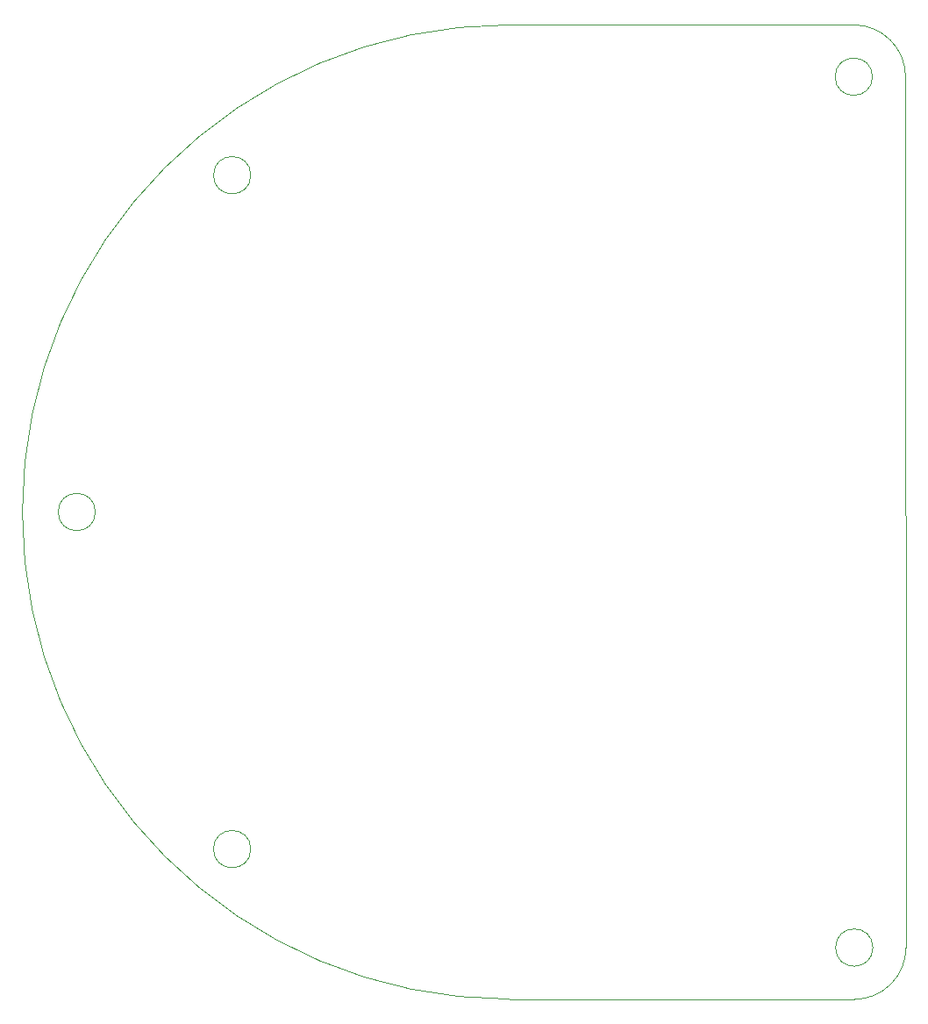
<source format=gbr>
G04 #@! TF.GenerationSoftware,KiCad,Pcbnew,9.0.2*
G04 #@! TF.CreationDate,2025-09-19T14:49:40-04:00*
G04 #@! TF.ProjectId,Trackball,54726163-6b62-4616-9c6c-2e6b69636164,rev?*
G04 #@! TF.SameCoordinates,Original*
G04 #@! TF.FileFunction,Profile,NP*
%FSLAX46Y46*%
G04 Gerber Fmt 4.6, Leading zero omitted, Abs format (unit mm)*
G04 Created by KiCad (PCBNEW 9.0.2) date 2025-09-19 14:49:40*
%MOMM*%
%LPD*%
G01*
G04 APERTURE LIST*
G04 #@! TA.AperFunction,Profile*
%ADD10C,0.050000*%
G04 #@! TD*
G04 APERTURE END LIST*
D10*
X23902800Y-148573900D02*
X57196104Y-148599978D01*
X-16047200Y-101573900D02*
G75*
G02*
X-19647200Y-101573900I-1800000J0D01*
G01*
X-19647200Y-101573900D02*
G75*
G02*
X-16047200Y-101573900I1800000J0D01*
G01*
X62200019Y-143597203D02*
G75*
G02*
X57196104Y-148599978I-4999999J-2777D01*
G01*
X57155576Y-54573900D02*
G75*
G02*
X62155599Y-59571123I24J-5000000D01*
G01*
X-1047200Y-69073900D02*
G75*
G02*
X-4647200Y-69073900I-1800000J0D01*
G01*
X-4647200Y-69073900D02*
G75*
G02*
X-1047200Y-69073900I1800000J0D01*
G01*
X-1050000Y-134100000D02*
G75*
G02*
X-4650000Y-134100000I-1800000J0D01*
G01*
X-4650000Y-134100000D02*
G75*
G02*
X-1050000Y-134100000I1800000J0D01*
G01*
X58955600Y-59573900D02*
G75*
G02*
X55355600Y-59573900I-1800000J0D01*
G01*
X55355600Y-59573900D02*
G75*
G02*
X58955600Y-59573900I1800000J0D01*
G01*
X23902800Y-54573900D02*
X57155576Y-54573900D01*
X62155599Y-59571123D02*
X62200019Y-143597203D01*
X23902800Y-148573900D02*
G75*
G02*
X23902800Y-54573900I0J47000000D01*
G01*
X59000000Y-143600000D02*
G75*
G02*
X55400000Y-143600000I-1800000J0D01*
G01*
X55400000Y-143600000D02*
G75*
G02*
X59000000Y-143600000I1800000J0D01*
G01*
M02*

</source>
